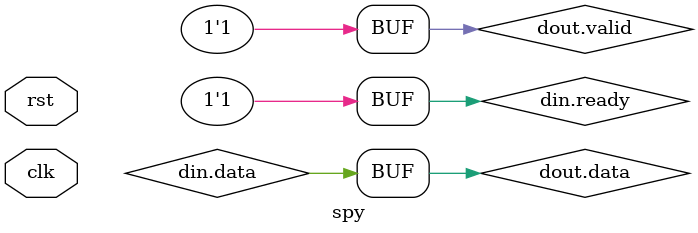
<source format=sv>
module spy
   (
    input rst,
    input clk,
	  dti.consumer din,
	  dti.producer dout
    );
   assign dout.valid = 1;
   assign din.ready = 1;
   assign dout.data = din.data;
endmodule

</source>
